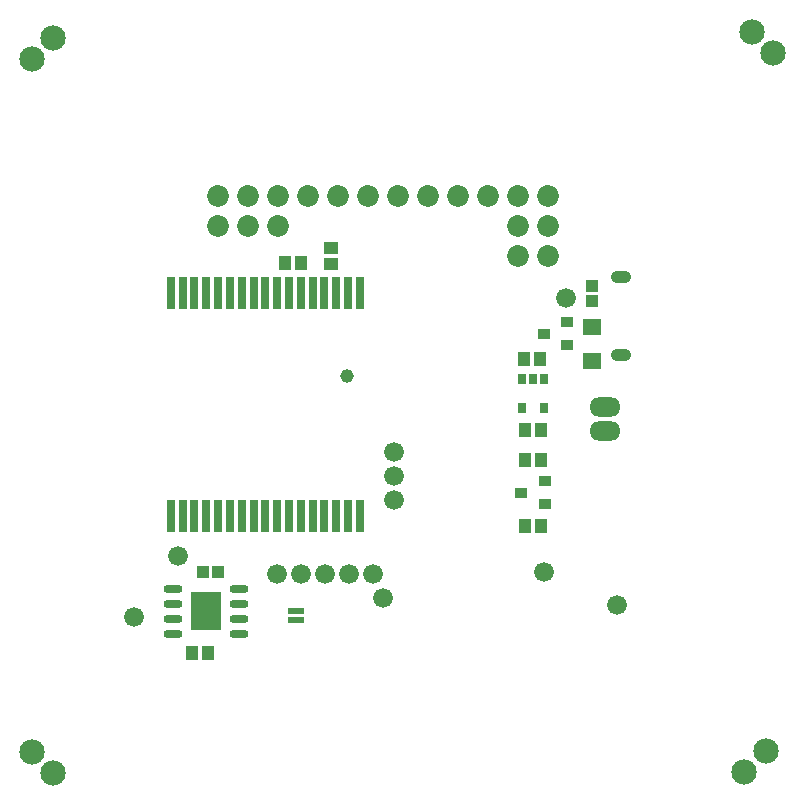
<source format=gbs>
G04*
G04 #@! TF.GenerationSoftware,Altium Limited,Altium Designer,21.0.8 (223)*
G04*
G04 Layer_Color=16711935*
%FSLAX44Y44*%
%MOMM*%
G71*
G04*
G04 #@! TF.SameCoordinates,FEFD6B0F-C875-4ADE-8CDF-9C75FE8239C7*
G04*
G04*
G04 #@! TF.FilePolarity,Negative*
G04*
G01*
G75*
%ADD43R,1.1500X1.0500*%
%ADD46R,1.0500X1.1500*%
%ADD48R,1.1000X1.0000*%
%ADD51R,1.0500X0.9500*%
%ADD57C,1.6740*%
%ADD69O,2.6500X1.6500*%
%ADD70C,2.1500*%
%ADD71C,1.8500*%
%ADD72O,1.7500X1.0500*%
%ADD99R,0.7000X0.9500*%
%ADD100R,1.5500X1.4500*%
%ADD101R,1.4000X0.6300*%
%ADD102R,0.8000X2.6900*%
%ADD103C,1.1500*%
%ADD104O,1.6000X0.7500*%
%ADD105R,2.5600X3.2500*%
%ADD106R,1.0000X1.1000*%
D43*
X-57150Y120250D02*
D03*
Y133750D02*
D03*
D46*
X107550Y-45720D02*
D03*
X121050D02*
D03*
Y-20320D02*
D03*
X107550D02*
D03*
X107150Y-101600D02*
D03*
X120650D02*
D03*
X106280Y39370D02*
D03*
X119780D02*
D03*
X-82550Y120650D02*
D03*
X-96050D02*
D03*
X-174390Y-209550D02*
D03*
X-160890D02*
D03*
D48*
X163830Y101600D02*
D03*
Y88600D02*
D03*
D51*
X104300Y-73660D02*
D03*
X124300Y-83160D02*
D03*
Y-64160D02*
D03*
X143350Y70460D02*
D03*
Y51460D02*
D03*
X123350Y60960D02*
D03*
D57*
X-41910Y-142240D02*
D03*
X-21590D02*
D03*
X-12700Y-162560D02*
D03*
X-223520Y-179070D02*
D03*
X-62230Y-142240D02*
D03*
X-82550D02*
D03*
X-102870D02*
D03*
X123190Y-140970D02*
D03*
X-3810Y-80010D02*
D03*
Y-39370D02*
D03*
Y-59690D02*
D03*
X-186690Y-127000D02*
D03*
X185420Y-168910D02*
D03*
X142240Y91440D02*
D03*
D69*
X175260Y-21430D02*
D03*
Y-1430D02*
D03*
D70*
X-310061Y293190D02*
D03*
X-292100Y311150D02*
D03*
Y-311150D02*
D03*
X-310061Y-293190D02*
D03*
X299540Y316411D02*
D03*
X317500Y298450D02*
D03*
X311150Y-292100D02*
D03*
X293190Y-310061D02*
D03*
D71*
X-152400Y177800D02*
D03*
X-101600D02*
D03*
X-152400Y152400D02*
D03*
X-127000D02*
D03*
Y177800D02*
D03*
X-101600Y152400D02*
D03*
X127000Y177800D02*
D03*
Y127000D02*
D03*
X101600D02*
D03*
X127000Y152400D02*
D03*
X101600D02*
D03*
Y177800D02*
D03*
X-25400D02*
D03*
X-50800D02*
D03*
X-76200D02*
D03*
X0D02*
D03*
X25400D02*
D03*
X50800D02*
D03*
X76200D02*
D03*
D72*
X188460Y43200D02*
D03*
Y109200D02*
D03*
D99*
X123800Y-1840D02*
D03*
Y22160D02*
D03*
X104800D02*
D03*
Y-1840D02*
D03*
X114300Y22160D02*
D03*
D100*
X163830Y37570D02*
D03*
Y66570D02*
D03*
D101*
X-86360Y-173800D02*
D03*
Y-181800D02*
D03*
D102*
X-32400Y95250D02*
D03*
Y-93150D02*
D03*
X-182400Y95250D02*
D03*
X-172400D02*
D03*
X-162400D02*
D03*
X-152400D02*
D03*
X-142400D02*
D03*
X-132400D02*
D03*
X-122400D02*
D03*
X-112400D02*
D03*
X-102400D02*
D03*
X-72400D02*
D03*
X-62400D02*
D03*
X-52400D02*
D03*
X-42400D02*
D03*
Y-93150D02*
D03*
X-52400D02*
D03*
X-62400D02*
D03*
X-72400D02*
D03*
X-82400D02*
D03*
X-102400D02*
D03*
X-112400D02*
D03*
X-122400D02*
D03*
X-132400D02*
D03*
X-142400D02*
D03*
X-152400D02*
D03*
X-162400D02*
D03*
X-172400D02*
D03*
X-182400D02*
D03*
X-82400Y95250D02*
D03*
X-192400Y-93150D02*
D03*
X-92400D02*
D03*
X-192400Y95250D02*
D03*
X-92400D02*
D03*
D103*
X-42900Y25400D02*
D03*
D104*
X-134810Y-154940D02*
D03*
Y-167640D02*
D03*
Y-180340D02*
D03*
Y-193040D02*
D03*
X-190310Y-167640D02*
D03*
Y-180340D02*
D03*
Y-193040D02*
D03*
Y-154940D02*
D03*
D105*
X-162560Y-173990D02*
D03*
D106*
X-165250Y-140970D02*
D03*
X-152250D02*
D03*
M02*

</source>
